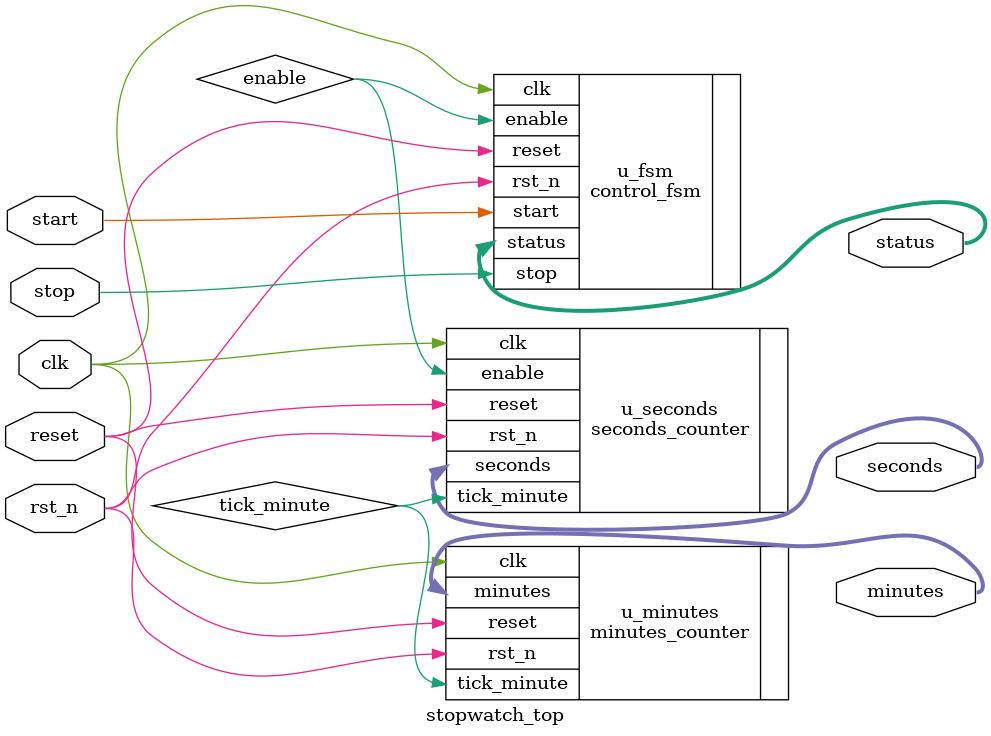
<source format=v>
/*
module stopwatch_top (
    input  wire clk,
    input  wire rst_n,
    input  wire enable,
    output wire [5:0] seconds,
    output wire [6:0] minutes
);

    wire tick_minute;

    // Seconds counter
    seconds_counter sec_inst (
        .clk(clk),
        .rst_n(rst_n),
        .enable(enable),
        .seconds(seconds),
        .tick_minute(tick_minute)
    );

    // Minutes counter
    minutes_counter min_inst (
        .clk(clk),
        .rst_n(rst_n),
        .tick_minute(tick_minute),
        .minutes(minutes)
    );

endmodule
*/

/*
module stopwatch_top (
    input  wire clk,
    input  wire rst_n,
    input  wire start,
    input  wire stop,
    output wire [5:0] seconds,
    output wire [6:0] minutes
);

    // Internal wires
    wire enable;
    wire tick_minute;

    // ----------------------------
    // Control FSM
    // ----------------------------
    control_fsm u_fsm (
        .clk(clk),
        .rst_n(rst_n),
        .start(start),
        .stop(stop),
        .enable(enable)
    );

    // ----------------------------
    // Seconds counter (0–59)
    // ----------------------------
    seconds_counter u_seconds (
        .clk(clk),
        .rst_n(rst_n),
        .enable(enable),
        .seconds(seconds),
        .tick_minute(tick_minute)
    );

    // ----------------------------
    // Minutes counter
    // ----------------------------
    minutes_counter u_minutes (
        .clk(clk),
        .rst_n(rst_n),
        .tick_minute(tick_minute),
        .minutes(minutes)
    );

endmodule
*/

module stopwatch_top (
    input  wire clk,
    input  wire rst_n,     // system reset
    input  wire start,
    input  wire stop,
    input  wire reset,     // user reset
    output wire [7:0] minutes,
    output wire [5:0] seconds,
    output wire [1:0] status
);

    wire enable;
    wire tick_minute;

    // Control FSM
    control_fsm u_fsm (
        .clk(clk),
        .rst_n(rst_n),
        .reset(reset),
        .start(start),
        .stop(stop),
        .enable(enable),
        .status(status)
    );

    // Seconds counter
    seconds_counter u_seconds (
        .clk(clk),
        .rst_n(rst_n),
        .reset(reset),
        .enable(enable),
        .seconds(seconds),
        .tick_minute(tick_minute)
    );

    // Minutes counter
    minutes_counter u_minutes (
        .clk(clk),
        .rst_n(rst_n),
        .reset(reset),
        .tick_minute(tick_minute),
        .minutes(minutes)
    );

endmodule


/*
module stopwatch_top (
    input  wire       clk,
    input  wire       rst_n,
    input  wire       start,
    input  wire       stop,
    input  wire       reset,
    output wire [7:0] minutes,
    output wire [5:0] seconds,
    output wire [1:0] status
);

wire enable;
wire sec_tick;

// Control FSM
control_fsm u_fsm (
    .clk(clk),
    .rst_n(rst_n),
    .start(start),
    .stop(stop),
    .reset(reset),
    .enable(enable),
    .status(status)
);

// Seconds counter
seconds_counter u_sec (
    .clk(clk),
    .rst_n(rst_n),
    .enable(enable),
    .seconds(seconds),
    .sec_tick(sec_tick)
);

// Minutes counter (IMPORTANT FIX)
minutes_counter u_min (
    .clk(clk),
    .rst_n(rst_n),
    .sec_tick(sec_tick),
    .minutes(minutes)
);

endmodule
*/

</source>
